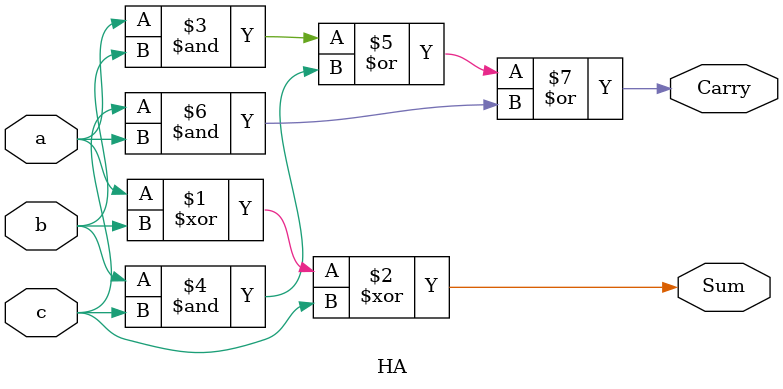
<source format=v>
`timescale 1ns / 1ps
module HA(a,b,c,Sum,Carry);
input a,b,c; output Sum,Carry;
assign Sum=a^b^c;
assign Carry=(a&b)|(b&c)|(c&a);
endmodule

</source>
